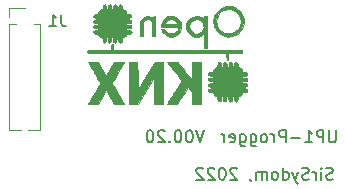
<source format=gbr>
G04 #@! TF.GenerationSoftware,KiCad,Pcbnew,(5.1.4)-1*
G04 #@! TF.CreationDate,2022-03-06T11:46:23+01:00*
G04 #@! TF.ProjectId,UP1-Progger,5550312d-5072-46f6-9767-65722e6b6963,V00.10*
G04 #@! TF.SameCoordinates,Original*
G04 #@! TF.FileFunction,Legend,Bot*
G04 #@! TF.FilePolarity,Positive*
%FSLAX46Y46*%
G04 Gerber Fmt 4.6, Leading zero omitted, Abs format (unit mm)*
G04 Created by KiCad (PCBNEW (5.1.4)-1) date 2022-03-06 11:46:23*
%MOMM*%
%LPD*%
G04 APERTURE LIST*
%ADD10C,0.150000*%
%ADD11C,0.010000*%
%ADD12C,0.120000*%
G04 APERTURE END LIST*
D10*
X117545714Y-126769761D02*
X117402857Y-126817380D01*
X117164761Y-126817380D01*
X117069523Y-126769761D01*
X117021904Y-126722142D01*
X116974285Y-126626904D01*
X116974285Y-126531666D01*
X117021904Y-126436428D01*
X117069523Y-126388809D01*
X117164761Y-126341190D01*
X117355238Y-126293571D01*
X117450476Y-126245952D01*
X117498095Y-126198333D01*
X117545714Y-126103095D01*
X117545714Y-126007857D01*
X117498095Y-125912619D01*
X117450476Y-125865000D01*
X117355238Y-125817380D01*
X117117142Y-125817380D01*
X116974285Y-125865000D01*
X116545714Y-126817380D02*
X116545714Y-126150714D01*
X116545714Y-125817380D02*
X116593333Y-125865000D01*
X116545714Y-125912619D01*
X116498095Y-125865000D01*
X116545714Y-125817380D01*
X116545714Y-125912619D01*
X116069523Y-126817380D02*
X116069523Y-126150714D01*
X116069523Y-126341190D02*
X116021904Y-126245952D01*
X115974285Y-126198333D01*
X115879047Y-126150714D01*
X115783809Y-126150714D01*
X115498095Y-126769761D02*
X115355238Y-126817380D01*
X115117142Y-126817380D01*
X115021904Y-126769761D01*
X114974285Y-126722142D01*
X114926666Y-126626904D01*
X114926666Y-126531666D01*
X114974285Y-126436428D01*
X115021904Y-126388809D01*
X115117142Y-126341190D01*
X115307619Y-126293571D01*
X115402857Y-126245952D01*
X115450476Y-126198333D01*
X115498095Y-126103095D01*
X115498095Y-126007857D01*
X115450476Y-125912619D01*
X115402857Y-125865000D01*
X115307619Y-125817380D01*
X115069523Y-125817380D01*
X114926666Y-125865000D01*
X114593333Y-126150714D02*
X114355238Y-126817380D01*
X114117142Y-126150714D02*
X114355238Y-126817380D01*
X114450476Y-127055476D01*
X114498095Y-127103095D01*
X114593333Y-127150714D01*
X113307619Y-126817380D02*
X113307619Y-125817380D01*
X113307619Y-126769761D02*
X113402857Y-126817380D01*
X113593333Y-126817380D01*
X113688571Y-126769761D01*
X113736190Y-126722142D01*
X113783809Y-126626904D01*
X113783809Y-126341190D01*
X113736190Y-126245952D01*
X113688571Y-126198333D01*
X113593333Y-126150714D01*
X113402857Y-126150714D01*
X113307619Y-126198333D01*
X112688571Y-126817380D02*
X112783809Y-126769761D01*
X112831428Y-126722142D01*
X112879047Y-126626904D01*
X112879047Y-126341190D01*
X112831428Y-126245952D01*
X112783809Y-126198333D01*
X112688571Y-126150714D01*
X112545714Y-126150714D01*
X112450476Y-126198333D01*
X112402857Y-126245952D01*
X112355238Y-126341190D01*
X112355238Y-126626904D01*
X112402857Y-126722142D01*
X112450476Y-126769761D01*
X112545714Y-126817380D01*
X112688571Y-126817380D01*
X111926666Y-126817380D02*
X111926666Y-126150714D01*
X111926666Y-126245952D02*
X111879047Y-126198333D01*
X111783809Y-126150714D01*
X111640952Y-126150714D01*
X111545714Y-126198333D01*
X111498095Y-126293571D01*
X111498095Y-126817380D01*
X111498095Y-126293571D02*
X111450476Y-126198333D01*
X111355238Y-126150714D01*
X111212380Y-126150714D01*
X111117142Y-126198333D01*
X111069523Y-126293571D01*
X111069523Y-126817380D01*
X110545714Y-126769761D02*
X110545714Y-126817380D01*
X110593333Y-126912619D01*
X110640952Y-126960238D01*
X109402857Y-125912619D02*
X109355238Y-125865000D01*
X109260000Y-125817380D01*
X109021904Y-125817380D01*
X108926666Y-125865000D01*
X108879047Y-125912619D01*
X108831428Y-126007857D01*
X108831428Y-126103095D01*
X108879047Y-126245952D01*
X109450476Y-126817380D01*
X108831428Y-126817380D01*
X108212380Y-125817380D02*
X108117142Y-125817380D01*
X108021904Y-125865000D01*
X107974285Y-125912619D01*
X107926666Y-126007857D01*
X107879047Y-126198333D01*
X107879047Y-126436428D01*
X107926666Y-126626904D01*
X107974285Y-126722142D01*
X108021904Y-126769761D01*
X108117142Y-126817380D01*
X108212380Y-126817380D01*
X108307619Y-126769761D01*
X108355238Y-126722142D01*
X108402857Y-126626904D01*
X108450476Y-126436428D01*
X108450476Y-126198333D01*
X108402857Y-126007857D01*
X108355238Y-125912619D01*
X108307619Y-125865000D01*
X108212380Y-125817380D01*
X107498095Y-125912619D02*
X107450476Y-125865000D01*
X107355238Y-125817380D01*
X107117142Y-125817380D01*
X107021904Y-125865000D01*
X106974285Y-125912619D01*
X106926666Y-126007857D01*
X106926666Y-126103095D01*
X106974285Y-126245952D01*
X107545714Y-126817380D01*
X106926666Y-126817380D01*
X106545714Y-125912619D02*
X106498095Y-125865000D01*
X106402857Y-125817380D01*
X106164761Y-125817380D01*
X106069523Y-125865000D01*
X106021904Y-125912619D01*
X105974285Y-126007857D01*
X105974285Y-126103095D01*
X106021904Y-126245952D01*
X106593333Y-126817380D01*
X105974285Y-126817380D01*
X106616190Y-122642380D02*
X106282857Y-123642380D01*
X105949523Y-122642380D01*
X105425714Y-122642380D02*
X105330476Y-122642380D01*
X105235238Y-122690000D01*
X105187619Y-122737619D01*
X105140000Y-122832857D01*
X105092380Y-123023333D01*
X105092380Y-123261428D01*
X105140000Y-123451904D01*
X105187619Y-123547142D01*
X105235238Y-123594761D01*
X105330476Y-123642380D01*
X105425714Y-123642380D01*
X105520952Y-123594761D01*
X105568571Y-123547142D01*
X105616190Y-123451904D01*
X105663809Y-123261428D01*
X105663809Y-123023333D01*
X105616190Y-122832857D01*
X105568571Y-122737619D01*
X105520952Y-122690000D01*
X105425714Y-122642380D01*
X104473333Y-122642380D02*
X104378095Y-122642380D01*
X104282857Y-122690000D01*
X104235238Y-122737619D01*
X104187619Y-122832857D01*
X104140000Y-123023333D01*
X104140000Y-123261428D01*
X104187619Y-123451904D01*
X104235238Y-123547142D01*
X104282857Y-123594761D01*
X104378095Y-123642380D01*
X104473333Y-123642380D01*
X104568571Y-123594761D01*
X104616190Y-123547142D01*
X104663809Y-123451904D01*
X104711428Y-123261428D01*
X104711428Y-123023333D01*
X104663809Y-122832857D01*
X104616190Y-122737619D01*
X104568571Y-122690000D01*
X104473333Y-122642380D01*
X103711428Y-123547142D02*
X103663809Y-123594761D01*
X103711428Y-123642380D01*
X103759047Y-123594761D01*
X103711428Y-123547142D01*
X103711428Y-123642380D01*
X103282857Y-122737619D02*
X103235238Y-122690000D01*
X103140000Y-122642380D01*
X102901904Y-122642380D01*
X102806666Y-122690000D01*
X102759047Y-122737619D01*
X102711428Y-122832857D01*
X102711428Y-122928095D01*
X102759047Y-123070952D01*
X103330476Y-123642380D01*
X102711428Y-123642380D01*
X102092380Y-122642380D02*
X101997142Y-122642380D01*
X101901904Y-122690000D01*
X101854285Y-122737619D01*
X101806666Y-122832857D01*
X101759047Y-123023333D01*
X101759047Y-123261428D01*
X101806666Y-123451904D01*
X101854285Y-123547142D01*
X101901904Y-123594761D01*
X101997142Y-123642380D01*
X102092380Y-123642380D01*
X102187619Y-123594761D01*
X102235238Y-123547142D01*
X102282857Y-123451904D01*
X102330476Y-123261428D01*
X102330476Y-123023333D01*
X102282857Y-122832857D01*
X102235238Y-122737619D01*
X102187619Y-122690000D01*
X102092380Y-122642380D01*
X117774404Y-122642380D02*
X117774404Y-123451904D01*
X117726785Y-123547142D01*
X117679166Y-123594761D01*
X117583928Y-123642380D01*
X117393452Y-123642380D01*
X117298214Y-123594761D01*
X117250595Y-123547142D01*
X117202976Y-123451904D01*
X117202976Y-122642380D01*
X116726785Y-123642380D02*
X116726785Y-122642380D01*
X116345833Y-122642380D01*
X116250595Y-122690000D01*
X116202976Y-122737619D01*
X116155357Y-122832857D01*
X116155357Y-122975714D01*
X116202976Y-123070952D01*
X116250595Y-123118571D01*
X116345833Y-123166190D01*
X116726785Y-123166190D01*
X115202976Y-123642380D02*
X115774404Y-123642380D01*
X115488690Y-123642380D02*
X115488690Y-122642380D01*
X115583928Y-122785238D01*
X115679166Y-122880476D01*
X115774404Y-122928095D01*
X114774404Y-123261428D02*
X114012500Y-123261428D01*
X113536309Y-123642380D02*
X113536309Y-122642380D01*
X113155357Y-122642380D01*
X113060119Y-122690000D01*
X113012500Y-122737619D01*
X112964880Y-122832857D01*
X112964880Y-122975714D01*
X113012500Y-123070952D01*
X113060119Y-123118571D01*
X113155357Y-123166190D01*
X113536309Y-123166190D01*
X112536309Y-123642380D02*
X112536309Y-122975714D01*
X112536309Y-123166190D02*
X112488690Y-123070952D01*
X112441071Y-123023333D01*
X112345833Y-122975714D01*
X112250595Y-122975714D01*
X111774404Y-123642380D02*
X111869642Y-123594761D01*
X111917261Y-123547142D01*
X111964880Y-123451904D01*
X111964880Y-123166190D01*
X111917261Y-123070952D01*
X111869642Y-123023333D01*
X111774404Y-122975714D01*
X111631547Y-122975714D01*
X111536309Y-123023333D01*
X111488690Y-123070952D01*
X111441071Y-123166190D01*
X111441071Y-123451904D01*
X111488690Y-123547142D01*
X111536309Y-123594761D01*
X111631547Y-123642380D01*
X111774404Y-123642380D01*
X110583928Y-122975714D02*
X110583928Y-123785238D01*
X110631547Y-123880476D01*
X110679166Y-123928095D01*
X110774404Y-123975714D01*
X110917261Y-123975714D01*
X111012500Y-123928095D01*
X110583928Y-123594761D02*
X110679166Y-123642380D01*
X110869642Y-123642380D01*
X110964880Y-123594761D01*
X111012500Y-123547142D01*
X111060119Y-123451904D01*
X111060119Y-123166190D01*
X111012500Y-123070952D01*
X110964880Y-123023333D01*
X110869642Y-122975714D01*
X110679166Y-122975714D01*
X110583928Y-123023333D01*
X109679166Y-122975714D02*
X109679166Y-123785238D01*
X109726785Y-123880476D01*
X109774404Y-123928095D01*
X109869642Y-123975714D01*
X110012500Y-123975714D01*
X110107738Y-123928095D01*
X109679166Y-123594761D02*
X109774404Y-123642380D01*
X109964880Y-123642380D01*
X110060119Y-123594761D01*
X110107738Y-123547142D01*
X110155357Y-123451904D01*
X110155357Y-123166190D01*
X110107738Y-123070952D01*
X110060119Y-123023333D01*
X109964880Y-122975714D01*
X109774404Y-122975714D01*
X109679166Y-123023333D01*
X108822023Y-123594761D02*
X108917261Y-123642380D01*
X109107738Y-123642380D01*
X109202976Y-123594761D01*
X109250595Y-123499523D01*
X109250595Y-123118571D01*
X109202976Y-123023333D01*
X109107738Y-122975714D01*
X108917261Y-122975714D01*
X108822023Y-123023333D01*
X108774404Y-123118571D01*
X108774404Y-123213809D01*
X109250595Y-123309047D01*
X108345833Y-123642380D02*
X108345833Y-122975714D01*
X108345833Y-123166190D02*
X108298214Y-123070952D01*
X108250595Y-123023333D01*
X108155357Y-122975714D01*
X108060119Y-122975714D01*
D11*
G36*
X101769536Y-112973540D02*
G01*
X101579110Y-113017353D01*
X101422800Y-113114623D01*
X101300013Y-113265760D01*
X101270528Y-113319851D01*
X101241382Y-113380694D01*
X101219973Y-113436416D01*
X101205110Y-113497958D01*
X101195600Y-113576260D01*
X101190250Y-113682263D01*
X101187869Y-113826907D01*
X101187264Y-114021135D01*
X101187250Y-114083983D01*
X101187250Y-114681000D01*
X101441250Y-114681000D01*
X101441428Y-114149187D01*
X101443414Y-113910166D01*
X101450267Y-113725305D01*
X101463594Y-113585346D01*
X101485004Y-113481035D01*
X101516105Y-113403113D01*
X101558504Y-113342325D01*
X101586635Y-113313392D01*
X101685395Y-113257368D01*
X101812648Y-113232917D01*
X101943437Y-113240726D01*
X102052803Y-113281483D01*
X102077299Y-113299875D01*
X102130705Y-113354865D01*
X102170748Y-113418003D01*
X102199269Y-113498904D01*
X102218106Y-113607188D01*
X102229100Y-113752473D01*
X102234091Y-113944377D01*
X102235000Y-114124355D01*
X102235000Y-114681000D01*
X102489000Y-114681000D01*
X102489000Y-112998250D01*
X102362000Y-112998250D01*
X102275258Y-113005432D01*
X102238496Y-113030205D01*
X102235000Y-113048520D01*
X102223250Y-113085769D01*
X102211188Y-113086534D01*
X102062390Y-113017132D01*
X101941599Y-112980421D01*
X101826291Y-112970638D01*
X101769536Y-112973540D01*
X101769536Y-112973540D01*
G37*
X101769536Y-112973540D02*
X101579110Y-113017353D01*
X101422800Y-113114623D01*
X101300013Y-113265760D01*
X101270528Y-113319851D01*
X101241382Y-113380694D01*
X101219973Y-113436416D01*
X101205110Y-113497958D01*
X101195600Y-113576260D01*
X101190250Y-113682263D01*
X101187869Y-113826907D01*
X101187264Y-114021135D01*
X101187250Y-114083983D01*
X101187250Y-114681000D01*
X101441250Y-114681000D01*
X101441428Y-114149187D01*
X101443414Y-113910166D01*
X101450267Y-113725305D01*
X101463594Y-113585346D01*
X101485004Y-113481035D01*
X101516105Y-113403113D01*
X101558504Y-113342325D01*
X101586635Y-113313392D01*
X101685395Y-113257368D01*
X101812648Y-113232917D01*
X101943437Y-113240726D01*
X102052803Y-113281483D01*
X102077299Y-113299875D01*
X102130705Y-113354865D01*
X102170748Y-113418003D01*
X102199269Y-113498904D01*
X102218106Y-113607188D01*
X102229100Y-113752473D01*
X102234091Y-113944377D01*
X102235000Y-114124355D01*
X102235000Y-114681000D01*
X102489000Y-114681000D01*
X102489000Y-112998250D01*
X102362000Y-112998250D01*
X102275258Y-113005432D01*
X102238496Y-113030205D01*
X102235000Y-113048520D01*
X102223250Y-113085769D01*
X102211188Y-113086534D01*
X102062390Y-113017132D01*
X101941599Y-112980421D01*
X101826291Y-112970638D01*
X101769536Y-112973540D01*
G36*
X103614061Y-112998383D02*
G01*
X103424168Y-113076596D01*
X103257212Y-113193497D01*
X103122569Y-113343876D01*
X103029616Y-113522518D01*
X102987729Y-113724212D01*
X102987009Y-113737721D01*
X102981125Y-113871375D01*
X103723163Y-113879907D01*
X104465200Y-113888439D01*
X104444707Y-113990903D01*
X104398074Y-114107120D01*
X104312326Y-114228828D01*
X104205174Y-114333181D01*
X104149752Y-114371334D01*
X104056955Y-114410947D01*
X103942339Y-114441333D01*
X103910397Y-114446629D01*
X103756921Y-114441778D01*
X103598974Y-114394058D01*
X103457700Y-114313010D01*
X103354242Y-114208176D01*
X103343067Y-114190609D01*
X103293355Y-114118560D01*
X103240112Y-114086062D01*
X103155626Y-114077835D01*
X103138391Y-114077750D01*
X103000304Y-114077750D01*
X103036273Y-114180937D01*
X103097205Y-114290982D01*
X103198856Y-114410698D01*
X103323913Y-114523979D01*
X103455065Y-114614714D01*
X103550613Y-114659527D01*
X103755912Y-114704060D01*
X103961700Y-114703184D01*
X104111988Y-114668916D01*
X104335093Y-114560825D01*
X104507613Y-114414966D01*
X104628272Y-114233118D01*
X104695797Y-114017058D01*
X104710803Y-113832707D01*
X104686449Y-113633250D01*
X104427381Y-113633250D01*
X103855066Y-113633250D01*
X103672366Y-113631828D01*
X103513788Y-113627877D01*
X103389342Y-113621872D01*
X103309040Y-113614284D01*
X103282750Y-113606195D01*
X103306862Y-113540542D01*
X103369009Y-113457250D01*
X103453911Y-113373169D01*
X103546289Y-113305152D01*
X103565557Y-113294302D01*
X103741843Y-113234476D01*
X103923206Y-113230945D01*
X104096487Y-113279653D01*
X104248526Y-113376543D01*
X104366167Y-113517561D01*
X104381958Y-113545937D01*
X104427381Y-113633250D01*
X104686449Y-113633250D01*
X104681635Y-113593827D01*
X104597155Y-113384945D01*
X104459441Y-113209436D01*
X104270572Y-113070676D01*
X104227602Y-113048010D01*
X104025154Y-112978878D01*
X103817515Y-112964073D01*
X103614061Y-112998383D01*
X103614061Y-112998383D01*
G37*
X103614061Y-112998383D02*
X103424168Y-113076596D01*
X103257212Y-113193497D01*
X103122569Y-113343876D01*
X103029616Y-113522518D01*
X102987729Y-113724212D01*
X102987009Y-113737721D01*
X102981125Y-113871375D01*
X103723163Y-113879907D01*
X104465200Y-113888439D01*
X104444707Y-113990903D01*
X104398074Y-114107120D01*
X104312326Y-114228828D01*
X104205174Y-114333181D01*
X104149752Y-114371334D01*
X104056955Y-114410947D01*
X103942339Y-114441333D01*
X103910397Y-114446629D01*
X103756921Y-114441778D01*
X103598974Y-114394058D01*
X103457700Y-114313010D01*
X103354242Y-114208176D01*
X103343067Y-114190609D01*
X103293355Y-114118560D01*
X103240112Y-114086062D01*
X103155626Y-114077835D01*
X103138391Y-114077750D01*
X103000304Y-114077750D01*
X103036273Y-114180937D01*
X103097205Y-114290982D01*
X103198856Y-114410698D01*
X103323913Y-114523979D01*
X103455065Y-114614714D01*
X103550613Y-114659527D01*
X103755912Y-114704060D01*
X103961700Y-114703184D01*
X104111988Y-114668916D01*
X104335093Y-114560825D01*
X104507613Y-114414966D01*
X104628272Y-114233118D01*
X104695797Y-114017058D01*
X104710803Y-113832707D01*
X104686449Y-113633250D01*
X104427381Y-113633250D01*
X103855066Y-113633250D01*
X103672366Y-113631828D01*
X103513788Y-113627877D01*
X103389342Y-113621872D01*
X103309040Y-113614284D01*
X103282750Y-113606195D01*
X103306862Y-113540542D01*
X103369009Y-113457250D01*
X103453911Y-113373169D01*
X103546289Y-113305152D01*
X103565557Y-113294302D01*
X103741843Y-113234476D01*
X103923206Y-113230945D01*
X104096487Y-113279653D01*
X104248526Y-113376543D01*
X104366167Y-113517561D01*
X104381958Y-113545937D01*
X104427381Y-113633250D01*
X104686449Y-113633250D01*
X104681635Y-113593827D01*
X104597155Y-113384945D01*
X104459441Y-113209436D01*
X104270572Y-113070676D01*
X104227602Y-113048010D01*
X104025154Y-112978878D01*
X103817515Y-112964073D01*
X103614061Y-112998383D01*
G36*
X108526791Y-112125224D02*
G01*
X108291603Y-112176585D01*
X108068189Y-112273230D01*
X107863602Y-112416260D01*
X107684896Y-112606775D01*
X107545897Y-112831989D01*
X107492217Y-112943722D01*
X107457566Y-113030973D01*
X107437788Y-113113841D01*
X107428726Y-113212422D01*
X107426222Y-113346814D01*
X107426125Y-113410999D01*
X107427234Y-113564135D01*
X107433332Y-113673874D01*
X107448576Y-113760312D01*
X107477124Y-113843547D01*
X107523133Y-113943677D01*
X107545897Y-113990010D01*
X107697459Y-114228769D01*
X107890575Y-114424001D01*
X108117330Y-114571989D01*
X108369807Y-114669016D01*
X108640088Y-114711364D01*
X108920259Y-114695316D01*
X109009887Y-114677434D01*
X109257827Y-114588292D01*
X109480019Y-114448330D01*
X109670535Y-114266447D01*
X109823445Y-114051545D01*
X109932821Y-113812524D01*
X109992733Y-113558283D01*
X109996590Y-113335919D01*
X109727168Y-113335919D01*
X109717267Y-113569464D01*
X109663442Y-113771666D01*
X109553445Y-113981537D01*
X109396986Y-114161727D01*
X109205626Y-114302899D01*
X108990929Y-114395714D01*
X108855193Y-114424375D01*
X108682594Y-114431215D01*
X108500695Y-114413578D01*
X108336640Y-114375165D01*
X108256078Y-114342684D01*
X108051980Y-114206842D01*
X107886843Y-114031481D01*
X107765404Y-113826900D01*
X107692401Y-113603398D01*
X107672573Y-113371276D01*
X107707731Y-113150684D01*
X107800050Y-112929553D01*
X107936318Y-112733626D01*
X108106212Y-112573690D01*
X108299405Y-112460530D01*
X108402827Y-112424507D01*
X108650083Y-112386896D01*
X108885723Y-112405118D01*
X109103881Y-112472903D01*
X109298693Y-112583985D01*
X109464293Y-112732096D01*
X109594816Y-112910967D01*
X109684396Y-113114331D01*
X109727168Y-113335919D01*
X109996590Y-113335919D01*
X109997253Y-113297724D01*
X109985700Y-113212562D01*
X109910256Y-112941254D01*
X109790156Y-112706428D01*
X109632454Y-112509185D01*
X109444204Y-112350626D01*
X109232458Y-112231850D01*
X109004272Y-112153957D01*
X108766698Y-112118049D01*
X108526791Y-112125224D01*
X108526791Y-112125224D01*
G37*
X108526791Y-112125224D02*
X108291603Y-112176585D01*
X108068189Y-112273230D01*
X107863602Y-112416260D01*
X107684896Y-112606775D01*
X107545897Y-112831989D01*
X107492217Y-112943722D01*
X107457566Y-113030973D01*
X107437788Y-113113841D01*
X107428726Y-113212422D01*
X107426222Y-113346814D01*
X107426125Y-113410999D01*
X107427234Y-113564135D01*
X107433332Y-113673874D01*
X107448576Y-113760312D01*
X107477124Y-113843547D01*
X107523133Y-113943677D01*
X107545897Y-113990010D01*
X107697459Y-114228769D01*
X107890575Y-114424001D01*
X108117330Y-114571989D01*
X108369807Y-114669016D01*
X108640088Y-114711364D01*
X108920259Y-114695316D01*
X109009887Y-114677434D01*
X109257827Y-114588292D01*
X109480019Y-114448330D01*
X109670535Y-114266447D01*
X109823445Y-114051545D01*
X109932821Y-113812524D01*
X109992733Y-113558283D01*
X109996590Y-113335919D01*
X109727168Y-113335919D01*
X109717267Y-113569464D01*
X109663442Y-113771666D01*
X109553445Y-113981537D01*
X109396986Y-114161727D01*
X109205626Y-114302899D01*
X108990929Y-114395714D01*
X108855193Y-114424375D01*
X108682594Y-114431215D01*
X108500695Y-114413578D01*
X108336640Y-114375165D01*
X108256078Y-114342684D01*
X108051980Y-114206842D01*
X107886843Y-114031481D01*
X107765404Y-113826900D01*
X107692401Y-113603398D01*
X107672573Y-113371276D01*
X107707731Y-113150684D01*
X107800050Y-112929553D01*
X107936318Y-112733626D01*
X108106212Y-112573690D01*
X108299405Y-112460530D01*
X108402827Y-112424507D01*
X108650083Y-112386896D01*
X108885723Y-112405118D01*
X109103881Y-112472903D01*
X109298693Y-112583985D01*
X109464293Y-112732096D01*
X109594816Y-112910967D01*
X109684396Y-113114331D01*
X109727168Y-113335919D01*
X109996590Y-113335919D01*
X109997253Y-113297724D01*
X109985700Y-113212562D01*
X109910256Y-112941254D01*
X109790156Y-112706428D01*
X109632454Y-112509185D01*
X109444204Y-112350626D01*
X109232458Y-112231850D01*
X109004272Y-112153957D01*
X108766698Y-112118049D01*
X108526791Y-112125224D01*
G36*
X98555248Y-112000051D02*
G01*
X98509752Y-112058858D01*
X98490152Y-112166776D01*
X98488500Y-112226725D01*
X98486254Y-112324447D01*
X98474543Y-112374511D01*
X98445909Y-112392727D01*
X98409125Y-112395000D01*
X98360406Y-112389191D01*
X98337152Y-112360493D01*
X98330105Y-112291999D01*
X98329750Y-112250037D01*
X98316143Y-112107118D01*
X98276265Y-112016933D01*
X98211536Y-111982510D01*
X98204230Y-111982250D01*
X98119406Y-111990718D01*
X98070663Y-112024740D01*
X98048661Y-112097237D01*
X98044000Y-112203928D01*
X98042339Y-112307198D01*
X98031694Y-112363964D01*
X98003576Y-112391219D01*
X97949492Y-112405957D01*
X97942339Y-112407394D01*
X97810857Y-112463620D01*
X97717105Y-112566053D01*
X97674218Y-112686848D01*
X97654885Y-112807750D01*
X97490668Y-112807750D01*
X97361553Y-112818551D01*
X97284799Y-112854082D01*
X97252510Y-112919036D01*
X97250250Y-112950625D01*
X97268052Y-113026752D01*
X97326859Y-113072248D01*
X97434777Y-113091848D01*
X97494725Y-113093500D01*
X97592448Y-113095746D01*
X97642512Y-113107457D01*
X97660728Y-113136091D01*
X97663000Y-113172875D01*
X97657192Y-113221594D01*
X97628494Y-113244848D01*
X97560000Y-113251895D01*
X97518038Y-113252250D01*
X97373419Y-113266000D01*
X97284776Y-113307720D01*
X97250737Y-113378117D01*
X97250250Y-113389892D01*
X97266965Y-113468316D01*
X97322916Y-113515215D01*
X97426810Y-113535863D01*
X97494725Y-113538000D01*
X97592448Y-113540246D01*
X97642512Y-113551957D01*
X97660728Y-113580591D01*
X97663000Y-113617375D01*
X97658238Y-113663470D01*
X97633410Y-113687085D01*
X97572706Y-113695678D01*
X97494725Y-113696750D01*
X97364463Y-113707153D01*
X97286614Y-113741521D01*
X97253076Y-113804589D01*
X97250250Y-113839624D01*
X97268052Y-113915752D01*
X97326859Y-113961248D01*
X97434777Y-113980848D01*
X97494725Y-113982500D01*
X97592573Y-113984892D01*
X97642709Y-113996775D01*
X97660875Y-114025205D01*
X97663000Y-114057943D01*
X97656993Y-114101547D01*
X97628820Y-114126496D01*
X97563252Y-114140524D01*
X97485453Y-114148110D01*
X97361141Y-114167076D01*
X97288317Y-114204056D01*
X97255704Y-114267437D01*
X97250737Y-114322695D01*
X97277968Y-114396686D01*
X97361164Y-114441928D01*
X97500749Y-114458638D01*
X97515899Y-114458750D01*
X97607959Y-114463858D01*
X97656312Y-114484789D01*
X97680313Y-114529948D01*
X97680385Y-114530187D01*
X97745862Y-114647224D01*
X97851738Y-114732629D01*
X97937953Y-114763422D01*
X97997841Y-114777396D01*
X98029456Y-114801799D01*
X98041831Y-114853711D01*
X98043997Y-114950211D01*
X98044000Y-114963933D01*
X98054015Y-115099895D01*
X98086445Y-115182228D01*
X98144868Y-115217942D01*
X98175083Y-115220750D01*
X98257903Y-115193172D01*
X98309350Y-115110423D01*
X98329439Y-114972477D01*
X98329750Y-114948607D01*
X98331875Y-114849408D01*
X98343048Y-114798049D01*
X98370470Y-114778893D01*
X98409125Y-114776250D01*
X98453685Y-114780471D01*
X98477412Y-114803239D01*
X98486840Y-114859707D01*
X98488500Y-114960400D01*
X98498210Y-115097295D01*
X98529756Y-115180559D01*
X98586764Y-115217392D01*
X98619583Y-115220750D01*
X98702403Y-115193172D01*
X98753850Y-115110423D01*
X98773939Y-114972477D01*
X98774250Y-114948607D01*
X98776375Y-114849408D01*
X98787548Y-114798049D01*
X98814970Y-114778893D01*
X98853625Y-114776250D01*
X98897557Y-114780264D01*
X98921309Y-114802230D01*
X98931063Y-114857033D01*
X98932998Y-114959559D01*
X98933000Y-114967430D01*
X98935530Y-115075615D01*
X98947443Y-115138470D01*
X98975222Y-115174098D01*
X99014841Y-115195900D01*
X99100193Y-115218702D01*
X99158925Y-115193114D01*
X99194886Y-115114756D01*
X99211927Y-114979253D01*
X99212328Y-114971386D01*
X99219369Y-114864083D01*
X99231636Y-114805583D01*
X99255702Y-114781200D01*
X99298135Y-114776251D01*
X99299641Y-114776250D01*
X99344733Y-114781168D01*
X99367922Y-114806408D01*
X99376423Y-114867694D01*
X99377500Y-114945954D01*
X99385704Y-115066682D01*
X99413187Y-115142196D01*
X99435563Y-115168204D01*
X99519622Y-115215907D01*
X99595834Y-115200749D01*
X99645575Y-115150185D01*
X99676490Y-115074055D01*
X99693672Y-114968968D01*
X99695000Y-114932961D01*
X99698143Y-114842488D01*
X99717229Y-114793949D01*
X99766751Y-114765793D01*
X99818496Y-114749301D01*
X99926582Y-114694832D01*
X100007051Y-114612867D01*
X100043572Y-114520896D01*
X100044250Y-114507492D01*
X100060186Y-114477040D01*
X100116265Y-114462099D01*
X100203000Y-114458750D01*
X100326691Y-114442555D01*
X100424033Y-114399374D01*
X100480440Y-114337312D01*
X100488750Y-114300000D01*
X100459575Y-114231061D01*
X100381556Y-114177059D01*
X100268956Y-114145856D01*
X100200792Y-114141250D01*
X100106186Y-114138819D01*
X100060091Y-114126811D01*
X100047567Y-114098147D01*
X100049980Y-114069812D01*
X100063014Y-114028707D01*
X100097838Y-114005527D01*
X100170311Y-113993600D01*
X100242415Y-113988861D01*
X100354720Y-113978071D01*
X100420641Y-113956600D01*
X100457104Y-113918699D01*
X100458984Y-113915294D01*
X100475349Y-113849526D01*
X100444560Y-113776933D01*
X100442650Y-113773995D01*
X100403609Y-113728386D01*
X100350226Y-113705130D01*
X100261883Y-113697204D01*
X100215935Y-113696750D01*
X100115739Y-113694737D01*
X100064570Y-113684556D01*
X100047985Y-113659987D01*
X100049980Y-113625312D01*
X100063014Y-113584207D01*
X100097838Y-113561027D01*
X100170311Y-113549100D01*
X100242415Y-113544361D01*
X100354720Y-113533571D01*
X100420641Y-113512100D01*
X100457104Y-113474199D01*
X100458984Y-113470794D01*
X100475349Y-113405026D01*
X100444560Y-113332433D01*
X100442650Y-113329495D01*
X100403235Y-113283613D01*
X100349210Y-113260377D01*
X100259763Y-113252629D01*
X100218144Y-113252250D01*
X100118394Y-113250169D01*
X100066550Y-113239189D01*
X100047040Y-113212202D01*
X100044250Y-113172875D01*
X100049106Y-113126597D01*
X100074257Y-113102923D01*
X100135582Y-113094246D01*
X100210938Y-113093013D01*
X100353131Y-113080767D01*
X100439075Y-113043208D01*
X100471868Y-112977610D01*
X100454611Y-112881244D01*
X100453852Y-112879187D01*
X100431634Y-112839037D01*
X100391807Y-112817475D01*
X100317409Y-112808944D01*
X100235774Y-112807750D01*
X100044250Y-112807750D01*
X100044250Y-112701261D01*
X100015214Y-112584826D01*
X99938806Y-112484018D01*
X99831082Y-112417550D01*
X99791208Y-112406304D01*
X99733195Y-112389995D01*
X99704907Y-112359010D01*
X99695737Y-112294415D01*
X99695000Y-112234549D01*
X99677984Y-112099178D01*
X99626115Y-112015909D01*
X99538160Y-111982971D01*
X99519225Y-111982250D01*
X99443433Y-112007309D01*
X99396854Y-112084298D01*
X99378054Y-112215927D01*
X99377500Y-112250037D01*
X99373469Y-112340117D01*
X99356677Y-112383043D01*
X99320078Y-112394900D01*
X99314000Y-112395000D01*
X99275699Y-112386515D01*
X99256728Y-112350605D01*
X99250725Y-112271587D01*
X99250500Y-112238517D01*
X99234173Y-112101995D01*
X99184052Y-112017780D01*
X99098429Y-111983380D01*
X99074725Y-111982250D01*
X98998933Y-112007309D01*
X98952354Y-112084298D01*
X98933554Y-112215927D01*
X98933000Y-112250037D01*
X98929820Y-112339014D01*
X98914106Y-112381483D01*
X98876602Y-112394352D01*
X98853625Y-112395000D01*
X98807530Y-112390237D01*
X98783915Y-112365409D01*
X98775322Y-112304705D01*
X98774250Y-112226725D01*
X98763847Y-112096462D01*
X98729479Y-112018613D01*
X98666411Y-111985075D01*
X98631375Y-111982249D01*
X98555248Y-112000051D01*
X98555248Y-112000051D01*
G37*
X98555248Y-112000051D02*
X98509752Y-112058858D01*
X98490152Y-112166776D01*
X98488500Y-112226725D01*
X98486254Y-112324447D01*
X98474543Y-112374511D01*
X98445909Y-112392727D01*
X98409125Y-112395000D01*
X98360406Y-112389191D01*
X98337152Y-112360493D01*
X98330105Y-112291999D01*
X98329750Y-112250037D01*
X98316143Y-112107118D01*
X98276265Y-112016933D01*
X98211536Y-111982510D01*
X98204230Y-111982250D01*
X98119406Y-111990718D01*
X98070663Y-112024740D01*
X98048661Y-112097237D01*
X98044000Y-112203928D01*
X98042339Y-112307198D01*
X98031694Y-112363964D01*
X98003576Y-112391219D01*
X97949492Y-112405957D01*
X97942339Y-112407394D01*
X97810857Y-112463620D01*
X97717105Y-112566053D01*
X97674218Y-112686848D01*
X97654885Y-112807750D01*
X97490668Y-112807750D01*
X97361553Y-112818551D01*
X97284799Y-112854082D01*
X97252510Y-112919036D01*
X97250250Y-112950625D01*
X97268052Y-113026752D01*
X97326859Y-113072248D01*
X97434777Y-113091848D01*
X97494725Y-113093500D01*
X97592448Y-113095746D01*
X97642512Y-113107457D01*
X97660728Y-113136091D01*
X97663000Y-113172875D01*
X97657192Y-113221594D01*
X97628494Y-113244848D01*
X97560000Y-113251895D01*
X97518038Y-113252250D01*
X97373419Y-113266000D01*
X97284776Y-113307720D01*
X97250737Y-113378117D01*
X97250250Y-113389892D01*
X97266965Y-113468316D01*
X97322916Y-113515215D01*
X97426810Y-113535863D01*
X97494725Y-113538000D01*
X97592448Y-113540246D01*
X97642512Y-113551957D01*
X97660728Y-113580591D01*
X97663000Y-113617375D01*
X97658238Y-113663470D01*
X97633410Y-113687085D01*
X97572706Y-113695678D01*
X97494725Y-113696750D01*
X97364463Y-113707153D01*
X97286614Y-113741521D01*
X97253076Y-113804589D01*
X97250250Y-113839624D01*
X97268052Y-113915752D01*
X97326859Y-113961248D01*
X97434777Y-113980848D01*
X97494725Y-113982500D01*
X97592573Y-113984892D01*
X97642709Y-113996775D01*
X97660875Y-114025205D01*
X97663000Y-114057943D01*
X97656993Y-114101547D01*
X97628820Y-114126496D01*
X97563252Y-114140524D01*
X97485453Y-114148110D01*
X97361141Y-114167076D01*
X97288317Y-114204056D01*
X97255704Y-114267437D01*
X97250737Y-114322695D01*
X97277968Y-114396686D01*
X97361164Y-114441928D01*
X97500749Y-114458638D01*
X97515899Y-114458750D01*
X97607959Y-114463858D01*
X97656312Y-114484789D01*
X97680313Y-114529948D01*
X97680385Y-114530187D01*
X97745862Y-114647224D01*
X97851738Y-114732629D01*
X97937953Y-114763422D01*
X97997841Y-114777396D01*
X98029456Y-114801799D01*
X98041831Y-114853711D01*
X98043997Y-114950211D01*
X98044000Y-114963933D01*
X98054015Y-115099895D01*
X98086445Y-115182228D01*
X98144868Y-115217942D01*
X98175083Y-115220750D01*
X98257903Y-115193172D01*
X98309350Y-115110423D01*
X98329439Y-114972477D01*
X98329750Y-114948607D01*
X98331875Y-114849408D01*
X98343048Y-114798049D01*
X98370470Y-114778893D01*
X98409125Y-114776250D01*
X98453685Y-114780471D01*
X98477412Y-114803239D01*
X98486840Y-114859707D01*
X98488500Y-114960400D01*
X98498210Y-115097295D01*
X98529756Y-115180559D01*
X98586764Y-115217392D01*
X98619583Y-115220750D01*
X98702403Y-115193172D01*
X98753850Y-115110423D01*
X98773939Y-114972477D01*
X98774250Y-114948607D01*
X98776375Y-114849408D01*
X98787548Y-114798049D01*
X98814970Y-114778893D01*
X98853625Y-114776250D01*
X98897557Y-114780264D01*
X98921309Y-114802230D01*
X98931063Y-114857033D01*
X98932998Y-114959559D01*
X98933000Y-114967430D01*
X98935530Y-115075615D01*
X98947443Y-115138470D01*
X98975222Y-115174098D01*
X99014841Y-115195900D01*
X99100193Y-115218702D01*
X99158925Y-115193114D01*
X99194886Y-115114756D01*
X99211927Y-114979253D01*
X99212328Y-114971386D01*
X99219369Y-114864083D01*
X99231636Y-114805583D01*
X99255702Y-114781200D01*
X99298135Y-114776251D01*
X99299641Y-114776250D01*
X99344733Y-114781168D01*
X99367922Y-114806408D01*
X99376423Y-114867694D01*
X99377500Y-114945954D01*
X99385704Y-115066682D01*
X99413187Y-115142196D01*
X99435563Y-115168204D01*
X99519622Y-115215907D01*
X99595834Y-115200749D01*
X99645575Y-115150185D01*
X99676490Y-115074055D01*
X99693672Y-114968968D01*
X99695000Y-114932961D01*
X99698143Y-114842488D01*
X99717229Y-114793949D01*
X99766751Y-114765793D01*
X99818496Y-114749301D01*
X99926582Y-114694832D01*
X100007051Y-114612867D01*
X100043572Y-114520896D01*
X100044250Y-114507492D01*
X100060186Y-114477040D01*
X100116265Y-114462099D01*
X100203000Y-114458750D01*
X100326691Y-114442555D01*
X100424033Y-114399374D01*
X100480440Y-114337312D01*
X100488750Y-114300000D01*
X100459575Y-114231061D01*
X100381556Y-114177059D01*
X100268956Y-114145856D01*
X100200792Y-114141250D01*
X100106186Y-114138819D01*
X100060091Y-114126811D01*
X100047567Y-114098147D01*
X100049980Y-114069812D01*
X100063014Y-114028707D01*
X100097838Y-114005527D01*
X100170311Y-113993600D01*
X100242415Y-113988861D01*
X100354720Y-113978071D01*
X100420641Y-113956600D01*
X100457104Y-113918699D01*
X100458984Y-113915294D01*
X100475349Y-113849526D01*
X100444560Y-113776933D01*
X100442650Y-113773995D01*
X100403609Y-113728386D01*
X100350226Y-113705130D01*
X100261883Y-113697204D01*
X100215935Y-113696750D01*
X100115739Y-113694737D01*
X100064570Y-113684556D01*
X100047985Y-113659987D01*
X100049980Y-113625312D01*
X100063014Y-113584207D01*
X100097838Y-113561027D01*
X100170311Y-113549100D01*
X100242415Y-113544361D01*
X100354720Y-113533571D01*
X100420641Y-113512100D01*
X100457104Y-113474199D01*
X100458984Y-113470794D01*
X100475349Y-113405026D01*
X100444560Y-113332433D01*
X100442650Y-113329495D01*
X100403235Y-113283613D01*
X100349210Y-113260377D01*
X100259763Y-113252629D01*
X100218144Y-113252250D01*
X100118394Y-113250169D01*
X100066550Y-113239189D01*
X100047040Y-113212202D01*
X100044250Y-113172875D01*
X100049106Y-113126597D01*
X100074257Y-113102923D01*
X100135582Y-113094246D01*
X100210938Y-113093013D01*
X100353131Y-113080767D01*
X100439075Y-113043208D01*
X100471868Y-112977610D01*
X100454611Y-112881244D01*
X100453852Y-112879187D01*
X100431634Y-112839037D01*
X100391807Y-112817475D01*
X100317409Y-112808944D01*
X100235774Y-112807750D01*
X100044250Y-112807750D01*
X100044250Y-112701261D01*
X100015214Y-112584826D01*
X99938806Y-112484018D01*
X99831082Y-112417550D01*
X99791208Y-112406304D01*
X99733195Y-112389995D01*
X99704907Y-112359010D01*
X99695737Y-112294415D01*
X99695000Y-112234549D01*
X99677984Y-112099178D01*
X99626115Y-112015909D01*
X99538160Y-111982971D01*
X99519225Y-111982250D01*
X99443433Y-112007309D01*
X99396854Y-112084298D01*
X99378054Y-112215927D01*
X99377500Y-112250037D01*
X99373469Y-112340117D01*
X99356677Y-112383043D01*
X99320078Y-112394900D01*
X99314000Y-112395000D01*
X99275699Y-112386515D01*
X99256728Y-112350605D01*
X99250725Y-112271587D01*
X99250500Y-112238517D01*
X99234173Y-112101995D01*
X99184052Y-112017780D01*
X99098429Y-111983380D01*
X99074725Y-111982250D01*
X98998933Y-112007309D01*
X98952354Y-112084298D01*
X98933554Y-112215927D01*
X98933000Y-112250037D01*
X98929820Y-112339014D01*
X98914106Y-112381483D01*
X98876602Y-112394352D01*
X98853625Y-112395000D01*
X98807530Y-112390237D01*
X98783915Y-112365409D01*
X98775322Y-112304705D01*
X98774250Y-112226725D01*
X98763847Y-112096462D01*
X98729479Y-112018613D01*
X98666411Y-111985075D01*
X98631375Y-111982249D01*
X98555248Y-112000051D01*
G36*
X105703621Y-113010144D02*
G01*
X105509309Y-113106878D01*
X105341463Y-113251271D01*
X105209548Y-113439621D01*
X105179901Y-113500726D01*
X105139775Y-113647704D01*
X105127609Y-113825735D01*
X105142582Y-114009269D01*
X105183873Y-114172756D01*
X105202942Y-114217558D01*
X105327479Y-114406601D01*
X105490456Y-114552064D01*
X105681608Y-114651107D01*
X105890668Y-114700891D01*
X106107370Y-114698577D01*
X106321448Y-114641327D01*
X106465007Y-114566555D01*
X106540168Y-114520458D01*
X106590811Y-114493442D01*
X106599945Y-114490500D01*
X106605100Y-114520624D01*
X106609601Y-114604495D01*
X106613179Y-114732362D01*
X106615567Y-114894474D01*
X106616497Y-115081078D01*
X106616500Y-115093750D01*
X106616500Y-115697000D01*
X106870500Y-115697000D01*
X106870500Y-113874427D01*
X106601878Y-113874427D01*
X106562985Y-114049641D01*
X106473500Y-114206283D01*
X106339841Y-114333527D01*
X106168424Y-114420545D01*
X106147742Y-114427136D01*
X106024310Y-114452782D01*
X105905827Y-114446509D01*
X105813945Y-114425090D01*
X105654520Y-114350979D01*
X105527645Y-114233806D01*
X105437563Y-114086117D01*
X105388518Y-113920457D01*
X105384756Y-113749372D01*
X105430520Y-113585408D01*
X105494613Y-113481187D01*
X105638421Y-113343697D01*
X105800988Y-113259427D01*
X105972108Y-113226407D01*
X106141577Y-113242667D01*
X106299190Y-113306237D01*
X106434742Y-113415145D01*
X106538028Y-113567422D01*
X106583763Y-113691469D01*
X106601878Y-113874427D01*
X106870500Y-113874427D01*
X106870500Y-112998250D01*
X106743500Y-112998250D01*
X106662067Y-113002011D01*
X106625867Y-113022394D01*
X106616701Y-113073046D01*
X106616500Y-113093500D01*
X106604465Y-113165992D01*
X106574420Y-113188501D01*
X106535457Y-113154298D01*
X106535109Y-113153736D01*
X106496008Y-113121780D01*
X106418165Y-113076477D01*
X106350672Y-113042922D01*
X106133770Y-112974464D01*
X105914930Y-112964772D01*
X105703621Y-113010144D01*
X105703621Y-113010144D01*
G37*
X105703621Y-113010144D02*
X105509309Y-113106878D01*
X105341463Y-113251271D01*
X105209548Y-113439621D01*
X105179901Y-113500726D01*
X105139775Y-113647704D01*
X105127609Y-113825735D01*
X105142582Y-114009269D01*
X105183873Y-114172756D01*
X105202942Y-114217558D01*
X105327479Y-114406601D01*
X105490456Y-114552064D01*
X105681608Y-114651107D01*
X105890668Y-114700891D01*
X106107370Y-114698577D01*
X106321448Y-114641327D01*
X106465007Y-114566555D01*
X106540168Y-114520458D01*
X106590811Y-114493442D01*
X106599945Y-114490500D01*
X106605100Y-114520624D01*
X106609601Y-114604495D01*
X106613179Y-114732362D01*
X106615567Y-114894474D01*
X106616497Y-115081078D01*
X106616500Y-115093750D01*
X106616500Y-115697000D01*
X106870500Y-115697000D01*
X106870500Y-113874427D01*
X106601878Y-113874427D01*
X106562985Y-114049641D01*
X106473500Y-114206283D01*
X106339841Y-114333527D01*
X106168424Y-114420545D01*
X106147742Y-114427136D01*
X106024310Y-114452782D01*
X105905827Y-114446509D01*
X105813945Y-114425090D01*
X105654520Y-114350979D01*
X105527645Y-114233806D01*
X105437563Y-114086117D01*
X105388518Y-113920457D01*
X105384756Y-113749372D01*
X105430520Y-113585408D01*
X105494613Y-113481187D01*
X105638421Y-113343697D01*
X105800988Y-113259427D01*
X105972108Y-113226407D01*
X106141577Y-113242667D01*
X106299190Y-113306237D01*
X106434742Y-113415145D01*
X106538028Y-113567422D01*
X106583763Y-113691469D01*
X106601878Y-113874427D01*
X106870500Y-113874427D01*
X106870500Y-112998250D01*
X106743500Y-112998250D01*
X106662067Y-113002011D01*
X106625867Y-113022394D01*
X106616701Y-113073046D01*
X106616500Y-113093500D01*
X106604465Y-113165992D01*
X106574420Y-113188501D01*
X106535457Y-113154298D01*
X106535109Y-113153736D01*
X106496008Y-113121780D01*
X106418165Y-113076477D01*
X106350672Y-113042922D01*
X106133770Y-112974464D01*
X105914930Y-112964772D01*
X105703621Y-113010144D01*
G36*
X98821291Y-115337922D02*
G01*
X98801236Y-115364659D01*
X98789648Y-115424979D01*
X98782714Y-115531774D01*
X98780852Y-115577937D01*
X98771579Y-115824000D01*
X97795015Y-115824000D01*
X97495250Y-115824745D01*
X97254474Y-115827094D01*
X97068190Y-115831215D01*
X96931903Y-115837277D01*
X96841117Y-115845449D01*
X96791336Y-115855900D01*
X96780351Y-115862099D01*
X96746303Y-115934632D01*
X96751372Y-116020685D01*
X96780351Y-116071650D01*
X96799100Y-116076544D01*
X96846576Y-116081038D01*
X96924914Y-116085144D01*
X97036253Y-116088878D01*
X97182728Y-116092252D01*
X97366479Y-116095280D01*
X97589640Y-116097977D01*
X97854351Y-116100356D01*
X98162748Y-116102431D01*
X98516969Y-116104215D01*
X98919150Y-116105724D01*
X99371429Y-116106969D01*
X99875943Y-116107966D01*
X100434829Y-116108728D01*
X101050225Y-116109269D01*
X101724267Y-116109603D01*
X102459094Y-116109743D01*
X102668739Y-116109750D01*
X108519028Y-116109750D01*
X108528202Y-116387562D01*
X108533755Y-116521259D01*
X108541977Y-116604242D01*
X108556391Y-116649292D01*
X108580522Y-116669189D01*
X108607547Y-116675354D01*
X108641167Y-116676644D01*
X108662470Y-116660976D01*
X108674938Y-116616510D01*
X108682056Y-116531405D01*
X108686922Y-116405479D01*
X108696125Y-116125625D01*
X109233578Y-116116894D01*
X109444877Y-116111410D01*
X109614864Y-116102759D01*
X109736855Y-116091443D01*
X109804166Y-116077964D01*
X109813016Y-116073319D01*
X109849161Y-116007888D01*
X109848900Y-115924387D01*
X109816901Y-115862100D01*
X109797888Y-115857021D01*
X109749972Y-115852375D01*
X109670937Y-115848145D01*
X109558564Y-115844317D01*
X109410638Y-115840874D01*
X109224940Y-115837801D01*
X108999256Y-115835083D01*
X108731367Y-115832705D01*
X108419057Y-115830650D01*
X108060110Y-115828904D01*
X107652308Y-115827451D01*
X107193434Y-115826274D01*
X106681271Y-115825360D01*
X106113604Y-115824693D01*
X105488215Y-115824256D01*
X104802887Y-115824035D01*
X104357236Y-115824000D01*
X98935672Y-115824000D01*
X98926399Y-115577937D01*
X98920149Y-115453522D01*
X98910468Y-115379714D01*
X98893541Y-115343619D01*
X98865556Y-115332346D01*
X98853625Y-115331875D01*
X98821291Y-115337922D01*
X98821291Y-115337922D01*
G37*
X98821291Y-115337922D02*
X98801236Y-115364659D01*
X98789648Y-115424979D01*
X98782714Y-115531774D01*
X98780852Y-115577937D01*
X98771579Y-115824000D01*
X97795015Y-115824000D01*
X97495250Y-115824745D01*
X97254474Y-115827094D01*
X97068190Y-115831215D01*
X96931903Y-115837277D01*
X96841117Y-115845449D01*
X96791336Y-115855900D01*
X96780351Y-115862099D01*
X96746303Y-115934632D01*
X96751372Y-116020685D01*
X96780351Y-116071650D01*
X96799100Y-116076544D01*
X96846576Y-116081038D01*
X96924914Y-116085144D01*
X97036253Y-116088878D01*
X97182728Y-116092252D01*
X97366479Y-116095280D01*
X97589640Y-116097977D01*
X97854351Y-116100356D01*
X98162748Y-116102431D01*
X98516969Y-116104215D01*
X98919150Y-116105724D01*
X99371429Y-116106969D01*
X99875943Y-116107966D01*
X100434829Y-116108728D01*
X101050225Y-116109269D01*
X101724267Y-116109603D01*
X102459094Y-116109743D01*
X102668739Y-116109750D01*
X108519028Y-116109750D01*
X108528202Y-116387562D01*
X108533755Y-116521259D01*
X108541977Y-116604242D01*
X108556391Y-116649292D01*
X108580522Y-116669189D01*
X108607547Y-116675354D01*
X108641167Y-116676644D01*
X108662470Y-116660976D01*
X108674938Y-116616510D01*
X108682056Y-116531405D01*
X108686922Y-116405479D01*
X108696125Y-116125625D01*
X109233578Y-116116894D01*
X109444877Y-116111410D01*
X109614864Y-116102759D01*
X109736855Y-116091443D01*
X109804166Y-116077964D01*
X109813016Y-116073319D01*
X109849161Y-116007888D01*
X109848900Y-115924387D01*
X109816901Y-115862100D01*
X109797888Y-115857021D01*
X109749972Y-115852375D01*
X109670937Y-115848145D01*
X109558564Y-115844317D01*
X109410638Y-115840874D01*
X109224940Y-115837801D01*
X108999256Y-115835083D01*
X108731367Y-115832705D01*
X108419057Y-115830650D01*
X108060110Y-115828904D01*
X107652308Y-115827451D01*
X107193434Y-115826274D01*
X106681271Y-115825360D01*
X106113604Y-115824693D01*
X105488215Y-115824256D01*
X104802887Y-115824035D01*
X104357236Y-115824000D01*
X98935672Y-115824000D01*
X98926399Y-115577937D01*
X98920149Y-115453522D01*
X98910468Y-115379714D01*
X98893541Y-115343619D01*
X98865556Y-115332346D01*
X98853625Y-115331875D01*
X98821291Y-115337922D01*
G36*
X107849835Y-116880245D02*
G01*
X107805686Y-116913895D01*
X107778887Y-116984944D01*
X107761763Y-117105638D01*
X107759835Y-117125750D01*
X107747860Y-117226413D01*
X107729926Y-117280089D01*
X107696914Y-117303211D01*
X107657453Y-117310311D01*
X107566373Y-117348393D01*
X107483171Y-117427927D01*
X107425711Y-117527659D01*
X107410250Y-117604436D01*
X107406967Y-117658062D01*
X107386552Y-117685629D01*
X107333159Y-117695802D01*
X107240546Y-117697250D01*
X107097178Y-117714173D01*
X107006564Y-117765450D01*
X106967574Y-117851835D01*
X106965750Y-117881195D01*
X106991666Y-117951636D01*
X107070999Y-117995524D01*
X107206128Y-118013978D01*
X107249413Y-118014750D01*
X107344406Y-118017246D01*
X107392084Y-118030046D01*
X107408590Y-118061116D01*
X107410250Y-118094125D01*
X107405638Y-118139808D01*
X107381376Y-118163460D01*
X107321832Y-118172282D01*
X107237893Y-118173500D01*
X107093353Y-118188740D01*
X107003399Y-118234949D01*
X106966783Y-118312855D01*
X106965750Y-118332250D01*
X106991878Y-118416565D01*
X107071092Y-118469038D01*
X107204645Y-118490397D01*
X107237893Y-118491000D01*
X107338009Y-118493829D01*
X107389864Y-118506033D01*
X107408587Y-118533185D01*
X107410250Y-118554500D01*
X107400222Y-118595128D01*
X107359205Y-118613863D01*
X107275313Y-118618468D01*
X107132615Y-118635229D01*
X107029635Y-118681262D01*
X106975754Y-118751848D01*
X106971251Y-118771354D01*
X106976261Y-118853212D01*
X107023948Y-118904839D01*
X107120979Y-118930571D01*
X107223638Y-118935500D01*
X107327872Y-118937263D01*
X107383680Y-118946825D01*
X107406120Y-118970590D01*
X107410250Y-119014875D01*
X107405638Y-119060558D01*
X107381376Y-119084210D01*
X107321832Y-119093032D01*
X107237893Y-119094250D01*
X107093353Y-119109490D01*
X107003399Y-119155699D01*
X106966783Y-119233605D01*
X106965750Y-119253000D01*
X106991878Y-119337315D01*
X107071092Y-119389788D01*
X107204645Y-119411147D01*
X107237893Y-119411750D01*
X107337768Y-119414443D01*
X107389501Y-119426416D01*
X107408360Y-119453510D01*
X107410250Y-119477692D01*
X107436495Y-119553746D01*
X107501734Y-119633641D01*
X107585729Y-119698337D01*
X107668240Y-119728797D01*
X107677683Y-119729250D01*
X107723075Y-119733008D01*
X107747541Y-119754254D01*
X107757533Y-119807947D01*
X107759497Y-119909043D01*
X107759500Y-119919018D01*
X107762712Y-120029086D01*
X107776647Y-120095452D01*
X107807759Y-120137770D01*
X107838875Y-120160794D01*
X107901017Y-120194388D01*
X107949877Y-120188954D01*
X107997625Y-120160794D01*
X108042784Y-120123528D01*
X108066724Y-120074525D01*
X108075898Y-119994132D01*
X108077000Y-119919018D01*
X108078696Y-119813692D01*
X108087950Y-119756915D01*
X108111009Y-119733748D01*
X108154121Y-119729252D01*
X108156375Y-119729250D01*
X108198990Y-119732852D01*
X108222756Y-119753208D01*
X108233162Y-119804642D01*
X108235702Y-119901476D01*
X108235750Y-119936305D01*
X108238034Y-120049989D01*
X108248399Y-120117113D01*
X108272113Y-120154558D01*
X108311109Y-120177697D01*
X108397737Y-120195107D01*
X108453984Y-120175899D01*
X108491343Y-120147228D01*
X108511863Y-120100620D01*
X108520278Y-120019157D01*
X108521500Y-119934507D01*
X108522910Y-119823940D01*
X108530848Y-119762482D01*
X108550876Y-119735748D01*
X108588556Y-119729355D01*
X108600875Y-119729250D01*
X108646335Y-119733782D01*
X108670006Y-119757741D01*
X108678950Y-119816663D01*
X108680250Y-119903875D01*
X108687567Y-120024114D01*
X108713108Y-120102359D01*
X108743750Y-120142000D01*
X108827961Y-120199996D01*
X108899903Y-120198948D01*
X108955074Y-120142836D01*
X108988972Y-120035639D01*
X108997750Y-119917482D01*
X108999479Y-119812686D01*
X109008881Y-119756380D01*
X109032279Y-119733567D01*
X109075998Y-119729250D01*
X109077125Y-119729250D01*
X109122585Y-119733782D01*
X109146256Y-119757741D01*
X109155200Y-119816663D01*
X109156500Y-119903875D01*
X109171908Y-120039058D01*
X109213249Y-120137941D01*
X109273196Y-120193789D01*
X109344427Y-120199870D01*
X109419614Y-120149450D01*
X109421455Y-120147437D01*
X109458937Y-120069186D01*
X109473654Y-119939007D01*
X109474000Y-119909312D01*
X109476679Y-119806324D01*
X109488104Y-119751961D01*
X109513363Y-119731452D01*
X109536007Y-119729250D01*
X109661585Y-119699418D01*
X109763932Y-119615686D01*
X109813425Y-119533681D01*
X109848851Y-119461782D01*
X109886827Y-119425737D01*
X109949247Y-119413184D01*
X110029386Y-119411750D01*
X110155200Y-119401726D01*
X110229908Y-119367136D01*
X110263363Y-119301203D01*
X110267750Y-119247767D01*
X110247133Y-119167712D01*
X110181352Y-119118318D01*
X110064520Y-119096211D01*
X109999963Y-119094250D01*
X109910986Y-119091069D01*
X109868517Y-119075355D01*
X109855648Y-119037851D01*
X109855000Y-119014875D01*
X109860262Y-118967477D01*
X109886952Y-118944014D01*
X109951433Y-118936170D01*
X110011154Y-118935500D01*
X110139506Y-118930916D01*
X110216898Y-118912517D01*
X110255499Y-118873326D01*
X110267478Y-118806370D01*
X110267750Y-118788442D01*
X110249464Y-118703144D01*
X110189879Y-118649288D01*
X110081909Y-118622677D01*
X109979934Y-118618000D01*
X109897674Y-118612485D01*
X109861689Y-118590284D01*
X109855000Y-118554500D01*
X109862871Y-118517268D01*
X109896660Y-118498189D01*
X109971635Y-118491501D01*
X110023275Y-118491000D01*
X110151407Y-118481336D01*
X110228069Y-118448171D01*
X110262907Y-118385240D01*
X110267750Y-118332250D01*
X110252869Y-118249047D01*
X110201795Y-118199267D01*
X110104881Y-118176645D01*
X110023275Y-118173500D01*
X109925553Y-118171253D01*
X109875489Y-118159542D01*
X109857273Y-118130908D01*
X109855000Y-118094125D01*
X109859763Y-118048029D01*
X109884591Y-118024414D01*
X109945295Y-118015821D01*
X110023275Y-118014750D01*
X110150883Y-118005275D01*
X110227232Y-117972379D01*
X110262323Y-117909352D01*
X110267750Y-117850767D01*
X110247133Y-117770712D01*
X110181352Y-117721318D01*
X110064520Y-117699211D01*
X109999963Y-117697250D01*
X109910596Y-117693701D01*
X109867926Y-117677590D01*
X109855301Y-117640715D01*
X109854882Y-117625812D01*
X109825515Y-117505778D01*
X109747919Y-117400430D01*
X109637247Y-117328329D01*
X109602449Y-117316639D01*
X109474000Y-117282052D01*
X109474000Y-117115001D01*
X109464420Y-116987750D01*
X109431194Y-116911729D01*
X109367599Y-116876962D01*
X109310018Y-116871750D01*
X109229963Y-116892367D01*
X109180569Y-116958148D01*
X109158462Y-117074980D01*
X109156500Y-117139537D01*
X109152148Y-117230214D01*
X109134817Y-117273332D01*
X109098097Y-117284495D01*
X109096932Y-117284500D01*
X109061330Y-117273913D01*
X109039746Y-117232718D01*
X109026258Y-117146762D01*
X109022640Y-117106952D01*
X109003429Y-116982123D01*
X108966119Y-116909008D01*
X108902802Y-116876644D01*
X108853288Y-116872236D01*
X108777931Y-116889917D01*
X108732838Y-116949501D01*
X108713518Y-117058742D01*
X108712000Y-117116225D01*
X108709754Y-117213947D01*
X108698043Y-117264011D01*
X108669409Y-117282227D01*
X108632625Y-117284500D01*
X108583906Y-117278691D01*
X108560652Y-117249993D01*
X108553605Y-117181499D01*
X108553250Y-117139537D01*
X108541431Y-116999893D01*
X108503720Y-116913734D01*
X108436743Y-116875171D01*
X108399733Y-116871750D01*
X108314140Y-116885875D01*
X108262929Y-116934918D01*
X108239391Y-117028882D01*
X108235750Y-117116225D01*
X108233504Y-117213947D01*
X108221793Y-117264011D01*
X108193159Y-117282227D01*
X108156375Y-117284500D01*
X108107656Y-117278691D01*
X108084402Y-117249993D01*
X108077355Y-117181499D01*
X108077001Y-117139537D01*
X108065614Y-117000923D01*
X108028812Y-116915354D01*
X107962627Y-116876108D01*
X107919007Y-116871750D01*
X107849835Y-116880245D01*
X107849835Y-116880245D01*
G37*
X107849835Y-116880245D02*
X107805686Y-116913895D01*
X107778887Y-116984944D01*
X107761763Y-117105638D01*
X107759835Y-117125750D01*
X107747860Y-117226413D01*
X107729926Y-117280089D01*
X107696914Y-117303211D01*
X107657453Y-117310311D01*
X107566373Y-117348393D01*
X107483171Y-117427927D01*
X107425711Y-117527659D01*
X107410250Y-117604436D01*
X107406967Y-117658062D01*
X107386552Y-117685629D01*
X107333159Y-117695802D01*
X107240546Y-117697250D01*
X107097178Y-117714173D01*
X107006564Y-117765450D01*
X106967574Y-117851835D01*
X106965750Y-117881195D01*
X106991666Y-117951636D01*
X107070999Y-117995524D01*
X107206128Y-118013978D01*
X107249413Y-118014750D01*
X107344406Y-118017246D01*
X107392084Y-118030046D01*
X107408590Y-118061116D01*
X107410250Y-118094125D01*
X107405638Y-118139808D01*
X107381376Y-118163460D01*
X107321832Y-118172282D01*
X107237893Y-118173500D01*
X107093353Y-118188740D01*
X107003399Y-118234949D01*
X106966783Y-118312855D01*
X106965750Y-118332250D01*
X106991878Y-118416565D01*
X107071092Y-118469038D01*
X107204645Y-118490397D01*
X107237893Y-118491000D01*
X107338009Y-118493829D01*
X107389864Y-118506033D01*
X107408587Y-118533185D01*
X107410250Y-118554500D01*
X107400222Y-118595128D01*
X107359205Y-118613863D01*
X107275313Y-118618468D01*
X107132615Y-118635229D01*
X107029635Y-118681262D01*
X106975754Y-118751848D01*
X106971251Y-118771354D01*
X106976261Y-118853212D01*
X107023948Y-118904839D01*
X107120979Y-118930571D01*
X107223638Y-118935500D01*
X107327872Y-118937263D01*
X107383680Y-118946825D01*
X107406120Y-118970590D01*
X107410250Y-119014875D01*
X107405638Y-119060558D01*
X107381376Y-119084210D01*
X107321832Y-119093032D01*
X107237893Y-119094250D01*
X107093353Y-119109490D01*
X107003399Y-119155699D01*
X106966783Y-119233605D01*
X106965750Y-119253000D01*
X106991878Y-119337315D01*
X107071092Y-119389788D01*
X107204645Y-119411147D01*
X107237893Y-119411750D01*
X107337768Y-119414443D01*
X107389501Y-119426416D01*
X107408360Y-119453510D01*
X107410250Y-119477692D01*
X107436495Y-119553746D01*
X107501734Y-119633641D01*
X107585729Y-119698337D01*
X107668240Y-119728797D01*
X107677683Y-119729250D01*
X107723075Y-119733008D01*
X107747541Y-119754254D01*
X107757533Y-119807947D01*
X107759497Y-119909043D01*
X107759500Y-119919018D01*
X107762712Y-120029086D01*
X107776647Y-120095452D01*
X107807759Y-120137770D01*
X107838875Y-120160794D01*
X107901017Y-120194388D01*
X107949877Y-120188954D01*
X107997625Y-120160794D01*
X108042784Y-120123528D01*
X108066724Y-120074525D01*
X108075898Y-119994132D01*
X108077000Y-119919018D01*
X108078696Y-119813692D01*
X108087950Y-119756915D01*
X108111009Y-119733748D01*
X108154121Y-119729252D01*
X108156375Y-119729250D01*
X108198990Y-119732852D01*
X108222756Y-119753208D01*
X108233162Y-119804642D01*
X108235702Y-119901476D01*
X108235750Y-119936305D01*
X108238034Y-120049989D01*
X108248399Y-120117113D01*
X108272113Y-120154558D01*
X108311109Y-120177697D01*
X108397737Y-120195107D01*
X108453984Y-120175899D01*
X108491343Y-120147228D01*
X108511863Y-120100620D01*
X108520278Y-120019157D01*
X108521500Y-119934507D01*
X108522910Y-119823940D01*
X108530848Y-119762482D01*
X108550876Y-119735748D01*
X108588556Y-119729355D01*
X108600875Y-119729250D01*
X108646335Y-119733782D01*
X108670006Y-119757741D01*
X108678950Y-119816663D01*
X108680250Y-119903875D01*
X108687567Y-120024114D01*
X108713108Y-120102359D01*
X108743750Y-120142000D01*
X108827961Y-120199996D01*
X108899903Y-120198948D01*
X108955074Y-120142836D01*
X108988972Y-120035639D01*
X108997750Y-119917482D01*
X108999479Y-119812686D01*
X109008881Y-119756380D01*
X109032279Y-119733567D01*
X109075998Y-119729250D01*
X109077125Y-119729250D01*
X109122585Y-119733782D01*
X109146256Y-119757741D01*
X109155200Y-119816663D01*
X109156500Y-119903875D01*
X109171908Y-120039058D01*
X109213249Y-120137941D01*
X109273196Y-120193789D01*
X109344427Y-120199870D01*
X109419614Y-120149450D01*
X109421455Y-120147437D01*
X109458937Y-120069186D01*
X109473654Y-119939007D01*
X109474000Y-119909312D01*
X109476679Y-119806324D01*
X109488104Y-119751961D01*
X109513363Y-119731452D01*
X109536007Y-119729250D01*
X109661585Y-119699418D01*
X109763932Y-119615686D01*
X109813425Y-119533681D01*
X109848851Y-119461782D01*
X109886827Y-119425737D01*
X109949247Y-119413184D01*
X110029386Y-119411750D01*
X110155200Y-119401726D01*
X110229908Y-119367136D01*
X110263363Y-119301203D01*
X110267750Y-119247767D01*
X110247133Y-119167712D01*
X110181352Y-119118318D01*
X110064520Y-119096211D01*
X109999963Y-119094250D01*
X109910986Y-119091069D01*
X109868517Y-119075355D01*
X109855648Y-119037851D01*
X109855000Y-119014875D01*
X109860262Y-118967477D01*
X109886952Y-118944014D01*
X109951433Y-118936170D01*
X110011154Y-118935500D01*
X110139506Y-118930916D01*
X110216898Y-118912517D01*
X110255499Y-118873326D01*
X110267478Y-118806370D01*
X110267750Y-118788442D01*
X110249464Y-118703144D01*
X110189879Y-118649288D01*
X110081909Y-118622677D01*
X109979934Y-118618000D01*
X109897674Y-118612485D01*
X109861689Y-118590284D01*
X109855000Y-118554500D01*
X109862871Y-118517268D01*
X109896660Y-118498189D01*
X109971635Y-118491501D01*
X110023275Y-118491000D01*
X110151407Y-118481336D01*
X110228069Y-118448171D01*
X110262907Y-118385240D01*
X110267750Y-118332250D01*
X110252869Y-118249047D01*
X110201795Y-118199267D01*
X110104881Y-118176645D01*
X110023275Y-118173500D01*
X109925553Y-118171253D01*
X109875489Y-118159542D01*
X109857273Y-118130908D01*
X109855000Y-118094125D01*
X109859763Y-118048029D01*
X109884591Y-118024414D01*
X109945295Y-118015821D01*
X110023275Y-118014750D01*
X110150883Y-118005275D01*
X110227232Y-117972379D01*
X110262323Y-117909352D01*
X110267750Y-117850767D01*
X110247133Y-117770712D01*
X110181352Y-117721318D01*
X110064520Y-117699211D01*
X109999963Y-117697250D01*
X109910596Y-117693701D01*
X109867926Y-117677590D01*
X109855301Y-117640715D01*
X109854882Y-117625812D01*
X109825515Y-117505778D01*
X109747919Y-117400430D01*
X109637247Y-117328329D01*
X109602449Y-117316639D01*
X109474000Y-117282052D01*
X109474000Y-117115001D01*
X109464420Y-116987750D01*
X109431194Y-116911729D01*
X109367599Y-116876962D01*
X109310018Y-116871750D01*
X109229963Y-116892367D01*
X109180569Y-116958148D01*
X109158462Y-117074980D01*
X109156500Y-117139537D01*
X109152148Y-117230214D01*
X109134817Y-117273332D01*
X109098097Y-117284495D01*
X109096932Y-117284500D01*
X109061330Y-117273913D01*
X109039746Y-117232718D01*
X109026258Y-117146762D01*
X109022640Y-117106952D01*
X109003429Y-116982123D01*
X108966119Y-116909008D01*
X108902802Y-116876644D01*
X108853288Y-116872236D01*
X108777931Y-116889917D01*
X108732838Y-116949501D01*
X108713518Y-117058742D01*
X108712000Y-117116225D01*
X108709754Y-117213947D01*
X108698043Y-117264011D01*
X108669409Y-117282227D01*
X108632625Y-117284500D01*
X108583906Y-117278691D01*
X108560652Y-117249993D01*
X108553605Y-117181499D01*
X108553250Y-117139537D01*
X108541431Y-116999893D01*
X108503720Y-116913734D01*
X108436743Y-116875171D01*
X108399733Y-116871750D01*
X108314140Y-116885875D01*
X108262929Y-116934918D01*
X108239391Y-117028882D01*
X108235750Y-117116225D01*
X108233504Y-117213947D01*
X108221793Y-117264011D01*
X108193159Y-117282227D01*
X108156375Y-117284500D01*
X108107656Y-117278691D01*
X108084402Y-117249993D01*
X108077355Y-117181499D01*
X108077001Y-117139537D01*
X108065614Y-117000923D01*
X108028812Y-116915354D01*
X107962627Y-116876108D01*
X107919007Y-116871750D01*
X107849835Y-116880245D01*
G36*
X99436080Y-116840107D02*
G01*
X99012375Y-116840214D01*
X98675127Y-117460964D01*
X98337878Y-118081713D01*
X98006120Y-117468794D01*
X97674361Y-116855875D01*
X97255931Y-116847015D01*
X97101292Y-116845141D01*
X96972457Y-116846245D01*
X96881128Y-116850026D01*
X96839003Y-116856182D01*
X96837500Y-116857817D01*
X96853006Y-116889007D01*
X96896958Y-116968180D01*
X96965511Y-117088645D01*
X97054821Y-117243709D01*
X97161041Y-117426681D01*
X97280326Y-117630869D01*
X97347706Y-117745704D01*
X97491671Y-117991621D01*
X97605699Y-118188951D01*
X97692722Y-118343437D01*
X97755677Y-118460821D01*
X97797496Y-118546846D01*
X97821114Y-118607253D01*
X97829465Y-118647787D01*
X97825484Y-118674189D01*
X97823851Y-118677575D01*
X97799519Y-118720188D01*
X97747089Y-118810086D01*
X97670868Y-118939948D01*
X97575165Y-119102451D01*
X97464289Y-119290272D01*
X97342547Y-119496089D01*
X97297770Y-119571694D01*
X97175152Y-119779063D01*
X97063690Y-119968345D01*
X96967328Y-120132778D01*
X96890010Y-120265602D01*
X96835680Y-120360058D01*
X96808284Y-120409384D01*
X96805750Y-120414959D01*
X96835555Y-120419671D01*
X96917192Y-120423601D01*
X97038993Y-120426395D01*
X97189292Y-120427698D01*
X97227183Y-120427750D01*
X97648616Y-120427750D01*
X97965371Y-119851557D01*
X98062374Y-119675769D01*
X98150490Y-119517341D01*
X98224630Y-119385320D01*
X98279706Y-119288755D01*
X98310631Y-119236692D01*
X98313889Y-119231831D01*
X98332706Y-119231101D01*
X98366434Y-119265640D01*
X98417955Y-119339879D01*
X98490148Y-119458249D01*
X98585895Y-119625182D01*
X98683270Y-119800086D01*
X99020889Y-120411875D01*
X99457451Y-120420736D01*
X99894014Y-120429597D01*
X99847284Y-120357236D01*
X99792544Y-120269808D01*
X99716943Y-120145288D01*
X99625149Y-119991710D01*
X99521829Y-119817107D01*
X99411652Y-119629512D01*
X99299284Y-119436959D01*
X99189394Y-119247482D01*
X99086649Y-119069113D01*
X98995717Y-118909886D01*
X98921266Y-118777835D01*
X98867962Y-118680992D01*
X98840475Y-118627392D01*
X98837750Y-118619750D01*
X98853279Y-118583210D01*
X98897028Y-118499720D01*
X98964739Y-118376896D01*
X99052158Y-118222356D01*
X99155027Y-118043715D01*
X99261340Y-117861759D01*
X99380248Y-117659524D01*
X99493178Y-117467301D01*
X99594690Y-117294363D01*
X99679339Y-117149987D01*
X99741685Y-117043449D01*
X99772357Y-116990812D01*
X99859784Y-116840000D01*
X99436080Y-116840107D01*
X99436080Y-116840107D01*
G37*
X99436080Y-116840107D02*
X99012375Y-116840214D01*
X98675127Y-117460964D01*
X98337878Y-118081713D01*
X98006120Y-117468794D01*
X97674361Y-116855875D01*
X97255931Y-116847015D01*
X97101292Y-116845141D01*
X96972457Y-116846245D01*
X96881128Y-116850026D01*
X96839003Y-116856182D01*
X96837500Y-116857817D01*
X96853006Y-116889007D01*
X96896958Y-116968180D01*
X96965511Y-117088645D01*
X97054821Y-117243709D01*
X97161041Y-117426681D01*
X97280326Y-117630869D01*
X97347706Y-117745704D01*
X97491671Y-117991621D01*
X97605699Y-118188951D01*
X97692722Y-118343437D01*
X97755677Y-118460821D01*
X97797496Y-118546846D01*
X97821114Y-118607253D01*
X97829465Y-118647787D01*
X97825484Y-118674189D01*
X97823851Y-118677575D01*
X97799519Y-118720188D01*
X97747089Y-118810086D01*
X97670868Y-118939948D01*
X97575165Y-119102451D01*
X97464289Y-119290272D01*
X97342547Y-119496089D01*
X97297770Y-119571694D01*
X97175152Y-119779063D01*
X97063690Y-119968345D01*
X96967328Y-120132778D01*
X96890010Y-120265602D01*
X96835680Y-120360058D01*
X96808284Y-120409384D01*
X96805750Y-120414959D01*
X96835555Y-120419671D01*
X96917192Y-120423601D01*
X97038993Y-120426395D01*
X97189292Y-120427698D01*
X97227183Y-120427750D01*
X97648616Y-120427750D01*
X97965371Y-119851557D01*
X98062374Y-119675769D01*
X98150490Y-119517341D01*
X98224630Y-119385320D01*
X98279706Y-119288755D01*
X98310631Y-119236692D01*
X98313889Y-119231831D01*
X98332706Y-119231101D01*
X98366434Y-119265640D01*
X98417955Y-119339879D01*
X98490148Y-119458249D01*
X98585895Y-119625182D01*
X98683270Y-119800086D01*
X99020889Y-120411875D01*
X99457451Y-120420736D01*
X99894014Y-120429597D01*
X99847284Y-120357236D01*
X99792544Y-120269808D01*
X99716943Y-120145288D01*
X99625149Y-119991710D01*
X99521829Y-119817107D01*
X99411652Y-119629512D01*
X99299284Y-119436959D01*
X99189394Y-119247482D01*
X99086649Y-119069113D01*
X98995717Y-118909886D01*
X98921266Y-118777835D01*
X98867962Y-118680992D01*
X98840475Y-118627392D01*
X98837750Y-118619750D01*
X98853279Y-118583210D01*
X98897028Y-118499720D01*
X98964739Y-118376896D01*
X99052158Y-118222356D01*
X99155027Y-118043715D01*
X99261340Y-117861759D01*
X99380248Y-117659524D01*
X99493178Y-117467301D01*
X99594690Y-117294363D01*
X99679339Y-117149987D01*
X99741685Y-117043449D01*
X99772357Y-116990812D01*
X99859784Y-116840000D01*
X99436080Y-116840107D01*
G36*
X101726610Y-118013301D02*
G01*
X101012625Y-119186603D01*
X101004302Y-118013301D01*
X100995978Y-116840000D01*
X100266500Y-116840000D01*
X100266500Y-120429765D01*
X100638391Y-120420820D01*
X101010281Y-120411875D01*
X102409625Y-118117711D01*
X102417954Y-119272730D01*
X102426283Y-120427750D01*
X103187500Y-120427750D01*
X103187500Y-116840000D01*
X102440595Y-116840000D01*
X101726610Y-118013301D01*
X101726610Y-118013301D01*
G37*
X101726610Y-118013301D02*
X101012625Y-119186603D01*
X101004302Y-118013301D01*
X100995978Y-116840000D01*
X100266500Y-116840000D01*
X100266500Y-120429765D01*
X100638391Y-120420820D01*
X101010281Y-120411875D01*
X102409625Y-118117711D01*
X102417954Y-119272730D01*
X102426283Y-120427750D01*
X103187500Y-120427750D01*
X103187500Y-116840000D01*
X102440595Y-116840000D01*
X101726610Y-118013301D01*
G36*
X105616375Y-118441840D02*
G01*
X105490555Y-118267982D01*
X105399002Y-118143512D01*
X105287885Y-117995661D01*
X105163093Y-117831942D01*
X105030518Y-117659866D01*
X104896052Y-117486948D01*
X104765585Y-117320699D01*
X104645009Y-117168632D01*
X104540216Y-117038259D01*
X104457096Y-116937094D01*
X104401540Y-116872648D01*
X104380464Y-116852378D01*
X104336242Y-116847704D01*
X104241606Y-116845036D01*
X104109612Y-116844526D01*
X103953319Y-116846331D01*
X103920820Y-116846971D01*
X103498468Y-116855875D01*
X104108679Y-117617875D01*
X104260917Y-117808620D01*
X104400294Y-117984475D01*
X104521824Y-118139054D01*
X104620526Y-118265973D01*
X104691416Y-118358846D01*
X104729509Y-118411290D01*
X104734501Y-118419651D01*
X104721167Y-118454386D01*
X104676348Y-118535761D01*
X104603842Y-118657618D01*
X104507450Y-118813803D01*
X104390970Y-118998159D01*
X104258202Y-119204532D01*
X104112946Y-119426766D01*
X104111681Y-119428686D01*
X103966086Y-119650121D01*
X103832153Y-119854577D01*
X103713763Y-120036072D01*
X103614797Y-120188623D01*
X103539136Y-120306247D01*
X103490662Y-120382961D01*
X103473255Y-120412782D01*
X103473250Y-120412848D01*
X103503073Y-120418291D01*
X103584834Y-120422843D01*
X103706973Y-120426103D01*
X103857932Y-120427669D01*
X103902528Y-120427750D01*
X104331805Y-120427750D01*
X104551046Y-120086437D01*
X104657919Y-119920087D01*
X104782938Y-119725537D01*
X104909902Y-119527997D01*
X105013990Y-119366083D01*
X105257694Y-118987041D01*
X105629488Y-119395875D01*
X105630869Y-119911812D01*
X105632250Y-120427750D01*
X106362500Y-120427750D01*
X106362500Y-116840000D01*
X105633341Y-116840000D01*
X105616375Y-118441840D01*
X105616375Y-118441840D01*
G37*
X105616375Y-118441840D02*
X105490555Y-118267982D01*
X105399002Y-118143512D01*
X105287885Y-117995661D01*
X105163093Y-117831942D01*
X105030518Y-117659866D01*
X104896052Y-117486948D01*
X104765585Y-117320699D01*
X104645009Y-117168632D01*
X104540216Y-117038259D01*
X104457096Y-116937094D01*
X104401540Y-116872648D01*
X104380464Y-116852378D01*
X104336242Y-116847704D01*
X104241606Y-116845036D01*
X104109612Y-116844526D01*
X103953319Y-116846331D01*
X103920820Y-116846971D01*
X103498468Y-116855875D01*
X104108679Y-117617875D01*
X104260917Y-117808620D01*
X104400294Y-117984475D01*
X104521824Y-118139054D01*
X104620526Y-118265973D01*
X104691416Y-118358846D01*
X104729509Y-118411290D01*
X104734501Y-118419651D01*
X104721167Y-118454386D01*
X104676348Y-118535761D01*
X104603842Y-118657618D01*
X104507450Y-118813803D01*
X104390970Y-118998159D01*
X104258202Y-119204532D01*
X104112946Y-119426766D01*
X104111681Y-119428686D01*
X103966086Y-119650121D01*
X103832153Y-119854577D01*
X103713763Y-120036072D01*
X103614797Y-120188623D01*
X103539136Y-120306247D01*
X103490662Y-120382961D01*
X103473255Y-120412782D01*
X103473250Y-120412848D01*
X103503073Y-120418291D01*
X103584834Y-120422843D01*
X103706973Y-120426103D01*
X103857932Y-120427669D01*
X103902528Y-120427750D01*
X104331805Y-120427750D01*
X104551046Y-120086437D01*
X104657919Y-119920087D01*
X104782938Y-119725537D01*
X104909902Y-119527997D01*
X105013990Y-119366083D01*
X105257694Y-118987041D01*
X105629488Y-119395875D01*
X105630869Y-119911812D01*
X105632250Y-120427750D01*
X106362500Y-120427750D01*
X106362500Y-116840000D01*
X105633341Y-116840000D01*
X105616375Y-118441840D01*
D12*
X91440000Y-112270000D02*
X90110000Y-112270000D01*
X90110000Y-112270000D02*
X90110000Y-113030000D01*
X90110000Y-113665000D02*
X90110000Y-122615000D01*
X91132470Y-122615000D02*
X90110000Y-122615000D01*
X92770000Y-122615000D02*
X91747530Y-122615000D01*
X92770000Y-113665000D02*
X92770000Y-122615000D01*
X90680000Y-113665000D02*
X90110000Y-113665000D01*
X92770000Y-113665000D02*
X92200000Y-113665000D01*
D10*
X94541933Y-112837980D02*
X94541933Y-113552266D01*
X94589552Y-113695123D01*
X94684790Y-113790361D01*
X94827647Y-113837980D01*
X94922885Y-113837980D01*
X93541933Y-113837980D02*
X94113361Y-113837980D01*
X93827647Y-113837980D02*
X93827647Y-112837980D01*
X93922885Y-112980838D01*
X94018123Y-113076076D01*
X94113361Y-113123695D01*
M02*

</source>
